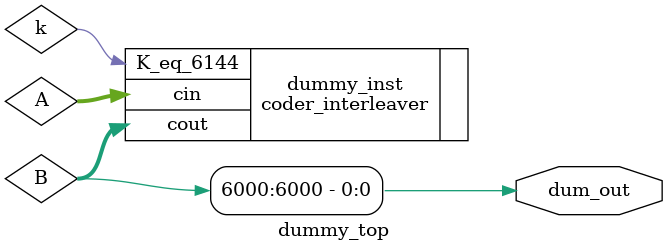
<source format=v>

module dummy_top(output dum_out);

//wire dum_out;


wire [6143:0] A,B;

assign dum_out=B[6000];

wire k;

coder_interleaver dummy_inst(
		.cin(A),
		.K_eq_6144(k),
		.cout(B)
	);
	
	
endmodule 
</source>
